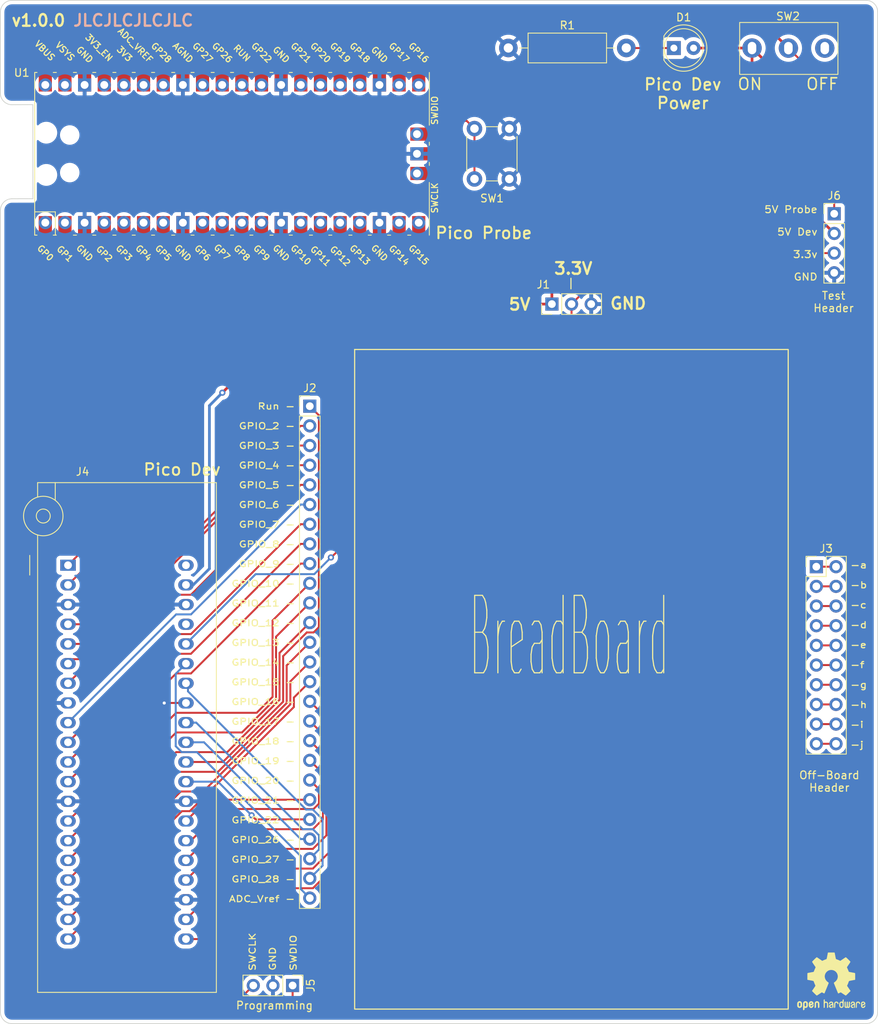
<source format=kicad_pcb>
(kicad_pcb (version 20211014) (generator pcbnew)
  (title_block (title "Pico Dev Board") (date "2023-03-07") (rev "A"))
  (layers (0 "F.Cu" signal) (31 "B.Cu" signal) (34 "B.Paste" user) (35 "F.Paste" user) (36 "B.SilkS" user "B.Silkscreen") (37 "F.SilkS" user "F.Silkscreen") (38 "B.Mask" user) (39 "F.Mask" user) (44 "Edge.Cuts" user))
  (net 0 "")
  (net 1 "/a")
  (net 2 "/b")
  (net 3 "/c")
  (net 4 "/d")
  (net 5 "/e")
  (net 6 "/f")
  (net 7 "/g")
  (net 8 "/h")
  (net 9 "/i")
  (net 10 "/j")
  (net 11 "/RUN")
  (net 12 "/GPIO_2")
  (net 13 "/GPIO_3")
  (net 14 "/GPIO_4")
  (net 15 "/GPIO_5")
  (net 16 "/GPIO_6")
  (net 17 "/GPIO_7")
  (net 18 "/GPIO_8")
  (net 19 "/GPIO_9")
  (net 20 "/GPIO_10")
  (net 21 "/GPIO_11")
  (net 22 "/GPIO_12")
  (net 23 "/GPIO_13")
  (net 24 "/GPIO_14")
  (net 25 "/GPIO_15")
  (net 26 "/GPIO_16")
  (net 27 "/GPIO_17")
  (net 28 "/GPIO_18")
  (net 29 "/GPIO_19")
  (net 30 "/GPIO_20")
  (net 31 "/GPIO_21")
  (net 32 "/GPIO_22")
  (net 33 "/GPIO_26")
  (net 34 "/GPIO_27")
  (net 35 "/GPIO_28")
  (net 36 "+5V")
  (net 37 "+3V3")
  (net 38 "GND")
  (net 39 "Net-(SW1-Pad1)")
  (net 43 "/SWDIO")
  (net 44 "/SWCLK")
  (net 45 "/UART_RX")
  (net 46 "/UART_TX")
  (net 71 "Net-(D1-Pad1)")
  (net 74 "/ADC_VREF")
  (net 75 "/5V_switched")
  (footprint "Connector_PinHeader_2.54mm:PinHeader_2x10_P2.54mm_Vertical" (layer "F.Cu") (at 135.91 98.5)
    (fp_text reference "J3" (at 1.27 -2.33) (layer "F.SilkS"))
    (fp_text value "Off-board Header" hide)
    (pad "1" thru_hole rect (at 0 0) (size 1.7 1.7) (drill 1) (layers *.Cu *.Mask) (net 1 "/a"))
    (pad "2" thru_hole oval (at 2.54 0) (size 1.7 1.7) (drill 1) (layers *.Cu *.Mask) (net 1 "/a"))
    (pad "3" thru_hole oval (at 0 2.54) (size 1.7 1.7) (drill 1) (layers *.Cu *.Mask) (net 2 "/b"))
    (pad "4" thru_hole oval (at 2.54 2.54) (size 1.7 1.7) (drill 1) (layers *.Cu *.Mask) (net 2 "/b"))
    (pad "5" thru_hole oval (at 0 5.08) (size 1.7 1.7) (drill 1) (layers *.Cu *.Mask) (net 3 "/c"))
    (pad "6" thru_hole oval (at 2.54 5.08) (size 1.7 1.7) (drill 1) (layers *.Cu *.Mask) (net 3 "/c"))
    (pad "7" thru_hole oval (at 0 7.62) (size 1.7 1.7) (drill 1) (layers *.Cu *.Mask) (net 4 "/d"))
    (pad "8" thru_hole oval (at 2.54 7.62) (size 1.7 1.7) (drill 1) (layers *.Cu *.Mask) (net 4 "/d"))
    (pad "9" thru_hole oval (at 0 10.16) (size 1.7 1.7) (drill 1) (layers *.Cu *.Mask) (net 5 "/e"))
    (pad "10" thru_hole oval (at 2.54 10.16) (size 1.7 1.7) (drill 1) (layers *.Cu *.Mask) (net 5 "/e"))
    (pad "11" thru_hole oval (at 0 12.7) (size 1.7 1.7) (drill 1) (layers *.Cu *.Mask) (net 6 "/f"))
    (pad "12" thru_hole oval (at 2.54 12.7) (size 1.7 1.7) (drill 1) (layers *.Cu *.Mask) (net 6 "/f"))
    (pad "13" thru_hole oval (at 0 15.24) (size 1.7 1.7) (drill 1) (layers *.Cu *.Mask) (net 7 "/g"))
    (pad "14" thru_hole oval (at 2.54 15.24) (size 1.7 1.7) (drill 1) (layers *.Cu *.Mask) (net 7 "/g"))
    (pad "15" thru_hole oval (at 0 17.78) (size 1.7 1.7) (drill 1) (layers *.Cu *.Mask) (net 8 "/h"))
    (pad "16" thru_hole oval (at 2.54 17.78) (size 1.7 1.7) (drill 1) (layers *.Cu *.Mask) (net 8 "/h"))
    (pad "17" thru_hole oval (at 0 20.32) (size 1.7 1.7) (drill 1) (layers *.Cu *.Mask) (net 9 "/i"))
    (pad "18" thru_hole oval (at 2.54 20.32) (size 1.7 1.7) (drill 1) (layers *.Cu *.Mask) (net 9 "/i"))
    (pad "19" thru_hole oval (at 0 22.86) (size 1.7 1.7) (drill 1) (layers *.Cu *.Mask) (net 10 "/j"))
    (pad "20" thru_hole oval (at 2.54 22.86) (size 1.7 1.7) (drill 1) (layers *.Cu *.Mask) (net 10 "/j"))
  )
  (footprint "Resistor_THT:R_Axial_DIN0411_L9.9mm_D3.6mm_P15.24mm_Horizontal" (layer "F.Cu") (at 96.11 31.54)
    (fp_text reference "R1" (at 7.62 -2.92) (layer "F.SilkS"))
    (fp_text value "R" hide)
    (pad "1" thru_hole circle (at 0 0) (size 2.4 2.4) (drill 1.2) (layers *.Cu *.Mask) (net 38 "GND"))
    (pad "2" thru_hole oval (at 15.24 0) (size 2.4 2.4) (drill 1.2) (layers *.Cu *.Mask) (net 71 "Net-(D1-Pad1)"))
  )
  (footprint "Connector_PinHeader_2.54mm:PinHeader_1x03_P2.54mm_Vertical" (layer "F.Cu") (at 68.23 152.56 -90)
    (fp_text reference "J5" (at 0 -2.33 -90) (layer "F.SilkS"))
    (fp_text value "Pico Dev Programming" hide)
    (pad "1" thru_hole rect (at 0 0 270) (size 1.7 1.7) (drill 1) (layers *.Cu *.Mask) (net 43 "/SWDIO"))
    (pad "2" thru_hole oval (at 0 2.54 270) (size 1.7 1.7) (drill 1) (layers *.Cu *.Mask) (net 38 "GND"))
    (pad "3" thru_hole oval (at 0 5.08 270) (size 1.7 1.7) (drill 1) (layers *.Cu *.Mask) (net 44 "/SWCLK"))
  )
  (footprint "Symbol:OSHW-Logo2_9.8x8mm_SilkScreen" (layer "F.Cu") (at 137.84 152.02)
    (fp_text reference "REF**" hide)
    (fp_text value "OSHW-Logo2_9.8x8mm_SilkScreen" hide)
  )
  (footprint "Connector_PinHeader_2.54mm:PinHeader_1x03_P2.54mm_Vertical" (layer "F.Cu") (at 101.735 64.6 90)
    (fp_text reference "J1" (at 2.52 -1.105 180) (layer "F.SilkS"))
    (fp_text value "Power Header" hide)
    (pad "1" thru_hole rect (at 0 0 90) (size 1.7 1.7) (drill 1) (layers *.Cu *.Mask) (net 75 "/5V_switched"))
    (pad "2" thru_hole oval (at 0 2.54 90) (size 1.7 1.7) (drill 1) (layers *.Cu *.Mask) (net 37 "+3V3"))
    (pad "3" thru_hole oval (at 0 5.08 90) (size 1.7 1.7) (drill 1) (layers *.Cu *.Mask) (net 38 "GND"))
  )
  (footprint "Connector_PinHeader_2.54mm:PinHeader_1x04_P2.54mm_Vertical" (layer "F.Cu") (at 138.22 52.94)
    (fp_text reference "J6" (at 0 -2.33) (layer "F.SilkS"))
    (fp_text value "Test Header" hide)
    (pad "1" thru_hole rect (at 0 0) (size 1.7 1.7) (drill 1) (layers *.Cu *.Mask) (net 36 "+5V"))
    (pad "2" thru_hole oval (at 0 2.54) (size 1.7 1.7) (drill 1) (layers *.Cu *.Mask) (net 75 "/5V_switched"))
    (pad "3" thru_hole oval (at 0 5.08) (size 1.7 1.7) (drill 1) (layers *.Cu *.Mask) (net 37 "+3V3"))
    (pad "4" thru_hole oval (at 0 7.62) (size 1.7 1.7) (drill 1) (layers *.Cu *.Mask) (net 38 "GND"))
  )
  (footprint "LED_THT:LED_D5.0mm" (layer "F.Cu") (at 117.5 31.55)
    (fp_text reference "D1" (at 1.27 -3.96) (layer "F.SilkS"))
    (fp_text value "LED" hide)
    (pad "1" thru_hole rect (at 0 0) (size 1.8 1.8) (drill 0.9) (layers *.Cu *.Mask) (net 71 "Net-(D1-Pad1)"))
    (pad "2" thru_hole circle (at 2.54 0) (size 1.8 1.8) (drill 0.9) (layers *.Cu *.Mask) (net 75 "/5V_switched"))
  )
  (footprint "Connector_PinHeader_2.54mm:PinHeader_1x26_P2.54mm_Vertical" (layer "F.Cu") (at 70.45 77.78)
    (fp_text reference "J2" (at 0 -2.33) (layer "F.SilkS"))
    (fp_text value "GPIO Header")
    (pad "1" thru_hole rect (at 0 0) (size 1.7 1.7) (drill 1) (layers *.Cu *.Mask) (net 11 "/RUN"))
    (pad "2" thru_hole oval (at 0 2.54) (size 1.7 1.7) (drill 1) (layers *.Cu *.Mask) (net 12 "/GPIO_2"))
    (pad "3" thru_hole oval (at 0 5.08) (size 1.7 1.7) (drill 1) (layers *.Cu *.Mask) (net 13 "/GPIO_3"))
    (pad "4" thru_hole oval (at 0 7.62) (size 1.7 1.7) (drill 1) (layers *.Cu *.Mask) (net 14 "/GPIO_4"))
    (pad "5" thru_hole oval (at 0 10.16) (size 1.7 1.7) (drill 1) (layers *.Cu *.Mask) (net 15 "/GPIO_5"))
    (pad "6" thru_hole oval (at 0 12.7) (size 1.7 1.7) (drill 1) (layers *.Cu *.Mask) (net 16 "/GPIO_6"))
    (pad "7" thru_hole oval (at 0 15.24) (size 1.7 1.7) (drill 1) (layers *.Cu *.Mask) (net 17 "/GPIO_7"))
    (pad "8" thru_hole oval (at 0 17.78) (size 1.7 1.7) (drill 1) (layers *.Cu *.Mask) (net 18 "/GPIO_8"))
    (pad "9" thru_hole oval (at 0 20.32) (size 1.7 1.7) (drill 1) (layers *.Cu *.Mask) (net 19 "/GPIO_9"))
    (pad "10" thru_hole oval (at 0 22.86) (size 1.7 1.7) (drill 1) (layers *.Cu *.Mask) (net 20 "/GPIO_10"))
    (pad "11" thru_hole oval (at 0 25.4) (size 1.7 1.7) (drill 1) (layers *.Cu *.Mask) (net 21 "/GPIO_11"))
    (pad "12" thru_hole oval (at 0 27.94) (size 1.7 1.7) (drill 1) (layers *.Cu *.Mask) (net 22 "/GPIO_12"))
    (pad "13" thru_hole oval (at 0 30.48) (size 1.7 1.7) (drill 1) (layers *.Cu *.Mask) (net 23 "/GPIO_13"))
    (pad "14" thru_hole oval (at 0 33.02) (size 1.7 1.7) (drill 1) (layers *.Cu *.Mask) (net 24 "/GPIO_14"))
    (pad "15" thru_hole oval (at 0 35.56) (size 1.7 1.7) (drill 1) (layers *.Cu *.Mask) (net 25 "/GPIO_15"))
    (pad "16" thru_hole oval (at 0 38.1) (size 1.7 1.7) (drill 1) (layers *.Cu *.Mask) (net 26 "/GPIO_16"))
    (pad "17" thru_hole oval (at 0 40.64) (size 1.7 1.7) (drill 1) (layers *.Cu *.Mask) (net 27 "/GPIO_17"))
    (pad "18" thru_hole oval (at 0 43.18) (size 1.7 1.7) (drill 1) (layers *.Cu *.Mask) (net 28 "/GPIO_18"))
    (pad "19" thru_hole oval (at 0 45.72) (size 1.7 1.7) (drill 1) (layers *.Cu *.Mask) (net 29 "/GPIO_19"))
    (pad "20" thru_hole oval (at 0 48.26) (size 1.7 1.7) (drill 1) (layers *.Cu *.Mask) (net 30 "/GPIO_20"))
    (pad "21" thru_hole oval (at 0 50.8) (size 1.7 1.7) (drill 1) (layers *.Cu *.Mask) (net 31 "/GPIO_21"))
    (pad "22" thru_hole oval (at 0 53.34) (size 1.7 1.7) (drill 1) (layers *.Cu *.Mask) (net 32 "/GPIO_22"))
    (pad "23" thru_hole oval (at 0 55.88) (size 1.7 1.7) (drill 1) (layers *.Cu *.Mask) (net 33 "/GPIO_26"))
    (pad "24" thru_hole oval (at 0 58.42) (size 1.7 1.7) (drill 1) (layers *.Cu *.Mask) (net 34 "/GPIO_27"))
    (pad "25" thru_hole oval (at 0 60.96) (size 1.7 1.7) (drill 1) (layers *.Cu *.Mask) (net 35 "/GPIO_28"))
    (pad "26" thru_hole oval (at 0 63.5) (size 1.7 1.7) (drill 1) (layers *.Cu *.Mask) (net 74 "/ADC_VREF"))
  )
  (footprint "Local Footprints:RPi_Pico_SMD_TH" (layer "F.Cu") (at 60.4 45.2 90)
    (fp_text reference "U1" (at 10.46 -27.17 180) (layer "F.SilkS"))
    (fp_text value "Pico")
    (fp_text user "GP0" (at -12.8 -24.13 135) (layer "F.SilkS") (effects (font (size 0.8 0.8))))
    (fp_text user "ADC_VREF" (at 14 -12.5 135) (layer "F.SilkS") (effects (font (size 0.8 0.8))))
    (fp_text user "GND" (at -12.8 19.05 135) (layer "F.SilkS") (effects (font (size 0.8 0.8))))
    (fp_text user "GND" (at 12.8 19.05 135) (layer "F.SilkS") (effects (font (size 0.8 0.8))))
    (fp_text user "GP27" (at 13.054 -3.8 135) (layer "F.SilkS") (effects (font (size 0.8 0.8))))
    (fp_text user "GP10" (at -13.054 8.89 135) (layer "F.SilkS") (effects (font (size 0.8 0.8))))
    (fp_text user "GND" (at -12.8 6.35 135) (layer "F.SilkS") (effects (font (size 0.8 0.8))))
    (fp_text user "RUN" (at 13 1.27 135) (layer "F.SilkS") (effects (font (size 0.8 0.8))))
    (fp_text user "SWCLK" (at -5.7 26.2 90) (layer "F.SilkS") (effects (font (size 0.8 0.8))))
    (fp_text user "GP7" (at -12.7 -1.3 135) (layer "F.SilkS") (effects (font (size 0.8 0.8))))
    (fp_text user "GP1" (at -12.9 -21.6 135) (layer "F.SilkS") (effects (font (size 0.8 0.8))))
    (fp_text user "GP20" (at 13.054 11.43 135) (layer "F.SilkS") (effects (font (size 0.8 0.8))))
    (fp_text user "GP4" (at -12.8 -11.43 135) (layer "F.SilkS") (effects (font (size 0.8 0.8))))
    (fp_text user "SWDIO" (at 5.6 26.2 90) (layer "F.SilkS") (effects (font (size 0.8 0.8))))
    (fp_text user "GP16" (at 13.054 24.13 135) (layer "F.SilkS") (effects (font (size 0.8 0.8))))
    (fp_text user "GP9" (at -12.8 3.81 135) (layer "F.SilkS") (effects (font (size 0.8 0.8))))
    (fp_text user "GP22" (at 13.054 3.81 135) (layer "F.SilkS") (effects (font (size 0.8 0.8))))
    (fp_text user "VSYS" (at 13.2 -21.59 135) (layer "F.SilkS") (effects (font (size 0.8 0.8))))
    (fp_text user "GP21" (at 13.054 8.9 135) (layer "F.SilkS") (effects (font (size 0.8 0.8))))
    (fp_text user "GND" (at 12.8 6.35 135) (layer "F.SilkS") (effects (font (size 0.8 0.8))))
    (fp_text user "GP6" (at -12.8 -3.81 135) (layer "F.SilkS") (effects (font (size 0.8 0.8))))
    (fp_text user "GP12" (at -13.2 13.97 135) (layer "F.SilkS") (effects (font (size 0.8 0.8))))
    (fp_text user "AGND" (at 13.054 -6.35 135) (layer "F.SilkS") (effects (font (size 0.8 0.8))))
    (fp_text user "VBUS" (at 13.3 -24.2 135) (layer "F.SilkS") (effects (font (size 0.8 0.8))))
    (fp_text user "GP14" (at -13.1 21.59 135) (layer "F.SilkS") (effects (font (size 0.8 0.8))))
    (fp_text user "GP17" (at 13.054 21.59 135) (layer "F.SilkS") (effects (font (size 0.8 0.8))))
    (fp_text user "GP13" (at -13.054 16.51 135) (layer "F.SilkS") (effects (font (size 0.8 0.8))))
    (fp_text user "GP28" (at 13.054 -9.144 135) (layer "F.SilkS") (effects (font (size 0.8 0.8))))
    (fp_text user "GP26" (at 13.054 -1.27 135) (layer "F.SilkS") (effects (font (size 0.8 0.8))))
    (fp_text user "GP2" (at -12.9 -16.51 135) (layer "F.SilkS") (effects (font (size 0.8 0.8))))
    (fp_text user "GND" (at 12.8 -19.05 135) (layer "F.SilkS") (effects (font (size 0.8 0.8))))
    (fp_text user "3V3" (at 12.9 -13.9 135) (layer "F.SilkS") (effects (font (size 0.8 0.8))))
    (fp_text user "GND" (at -12.8 -6.35 135) (layer "F.SilkS") (effects (font (size 0.8 0.8))))
    (fp_text user "GP11" (at -13.2 11.43 135) (layer "F.SilkS") (effects (font (size 0.8 0.8))))
    (fp_text user "GP8" (at -12.8 1.27 135) (layer "F.SilkS") (effects (font (size 0.8 0.8))))
    (fp_text user "GP15" (at -13.054 24.13 135) (layer "F.SilkS") (effects (font (size 0.8 0.8))))
    (fp_text user "GP18" (at 13.054 16.51 135) (layer "F.SilkS") (effects (font (size 0.8 0.8))))
    (fp_text user "3V3_EN" (at 13.7 -17.2 135) (layer "F.SilkS") (effects (font (size 0.8 0.8))))
    (fp_text user "GP5" (at -12.8 -8.89 135) (layer "F.SilkS") (effects (font (size 0.8 0.8))))
    (fp_text user "GND" (at -12.8 -19.05 135) (layer "F.SilkS") (effects (font (size 0.8 0.8))))
    (fp_text user "GP3" (at -12.8 -13.97 135) (layer "F.SilkS") (effects (font (size 0.8 0.8))))
    (fp_text user "GP19" (at 13.054 13.97 135) (layer "F.SilkS") (effects (font (size 0.8 0.8))))
    (pad "" np_thru_hole oval locked (at -2.725 -24 90) (size 1.8 1.8) (drill 1.8) (layers *.Cu *.Mask))
    (pad "" np_thru_hole oval locked (at 2.425 -20.97 90) (size 1.5 1.5) (drill 1.5) (layers *.Cu *.Mask))
    (pad "" np_thru_hole oval locked (at 2.725 -24 90) (size 1.8 1.8) (drill 1.8) (layers *.Cu *.Mask))
    (pad "" np_thru_hole oval locked (at -2.425 -20.97 90) (size 1.5 1.5) (drill 1.5) (layers *.Cu *.Mask))
    (pad "1" smd rect locked (at -8.89 -24.13 90) (size 3.5 1.7) (drill (offset -0.9 0)) (layers "F.Cu" "F.Mask"))
    (pad "1" thru_hole oval locked (at -8.89 -24.13 90) (size 1.7 1.7) (drill 1.02) (layers *.Cu *.Mask))
    (pad "2" thru_hole oval locked (at -8.89 -21.59 90) (size 1.7 1.7) (drill 1.02) (layers *.Cu *.Mask))
    (pad "2" smd rect locked (at -8.89 -21.59 90) (size 3.5 1.7) (drill (offset -0.9 0)) (layers "F.Cu" "F.Mask"))
    (pad "3" smd rect locked (at -8.89 -19.05 90) (size 3.5 1.7) (drill (offset -0.9 0)) (layers "F.Cu" "F.Mask") (net 38 "GND"))
    (pad "3" thru_hole rect locked (at -8.89 -19.05 90) (size 1.7 1.7) (drill 1.02) (layers *.Cu *.Mask) (net 38 "GND"))
    (pad "4" thru_hole oval locked (at -8.89 -16.51 90) (size 1.7 1.7) (drill 1.02) (layers *.Cu *.Mask) (net 43 "/SWDIO"))
    (pad "4" smd rect locked (at -8.89 -16.51 90) (size 3.5 1.7) (drill (offset -0.9 0)) (layers "F.Cu" "F.Mask") (net 43 "/SWDIO"))
    (pad "5" thru_hole oval locked (at -8.89 -13.97 90) (size 1.7 1.7) (drill 1.02) (layers *.Cu *.Mask) (net 44 "/SWCLK"))
    (pad "5" smd rect locked (at -8.89 -13.97 90) (size 3.5 1.7) (drill (offset -0.9 0)) (layers "F.Cu" "F.Mask") (net 44 "/SWCLK"))
    (pad "6" smd rect locked (at -8.89 -11.43 90) (size 3.5 1.7) (drill (offset -0.9 0)) (layers "F.Cu" "F.Mask") (net 45 "/UART_RX"))
    (pad "6" thru_hole oval locked (at -8.89 -11.43 90) (size 1.7 1.7) (drill 1.02) (layers *.Cu *.Mask) (net 45 "/UART_RX"))
    (pad "7" smd rect locked (at -8.89 -8.89 90) (size 3.5 1.7) (drill (offset -0.9 0)) (layers "F.Cu" "F.Mask") (net 46 "/UART_TX"))
    (pad "7" thru_hole oval locked (at -8.89 -8.89 90) (size 1.7 1.7) (drill 1.02) (layers *.Cu *.Mask) (net 46 "/UART_TX"))
    (pad "8" thru_hole rect locked (at -8.89 -6.35 90) (size 1.7 1.7) (drill 1.02) (layers *.Cu *.Mask) (net 38 "GND"))
    (pad "8" smd rect locked (at -8.89 -6.35 90) (size 3.5 1.7) (drill (offset -0.9 0)) (layers "F.Cu" "F.Mask") (net 38 "GND"))
    (pad "9" thru_hole oval locked (at -8.89 -3.81 90) (size 1.7 1.7) (drill 1.02) (layers *.Cu *.Mask))
    (pad "9" smd rect locked (at -8.89 -3.81 90) (size 3.5 1.7) (drill (offset -0.9 0)) (layers "F.Cu" "F.Mask"))
    (pad "10" smd rect locked (at -8.89 -1.27 90) (size 3.5 1.7) (drill (offset -0.9 0)) (layers "F.Cu" "F.Mask"))
    (pad "10" thru_hole oval locked (at -8.89 -1.27 90) (size 1.7 1.7) (drill 1.02) (layers *.Cu *.Mask))
    (pad "11" thru_hole oval locked (at -8.89 1.27 90) (size 1.7 1.7) (drill 1.02) (layers *.Cu *.Mask))
    (pad "11" smd rect locked (at -8.89 1.27 90) (size 3.5 1.7) (drill (offset -0.9 0)) (layers "F.Cu" "F.Mask"))
    (pad "12" thru_hole oval locked (at -8.89 3.81 90) (size 1.7 1.7) (drill 1.02) (layers *.Cu *.Mask))
    (pad "12" smd rect locked (at -8.89 3.81 90) (size 3.5 1.7) (drill (offset -0.9 0)) (layers "F.Cu" "F.Mask"))
    (pad "13" smd rect locked (at -8.89 6.35 90) (size 3.5 1.7) (drill (offset -0.9 0)) (layers "F.Cu" "F.Mask") (net 38 "GND"))
    (pad "13" thru_hole rect locked (at -8.89 6.35 90) (size 1.7 1.7) (drill 1.02) (layers *.Cu *.Mask) (net 38 "GND"))
    (pad "14" smd rect locked (at -8.89 8.89 90) (size 3.5 1.7) (drill (offset -0.9 0)) (layers "F.Cu" "F.Mask"))
    (pad "14" thru_hole oval locked (at -8.89 8.89 90) (size 1.7 1.7) (drill 1.02) (layers *.Cu *.Mask))
    (pad "15" smd rect locked (at -8.89 11.43 90) (size 3.5 1.7) (drill (offset -0.9 0)) (layers "F.Cu" "F.Mask"))
    (pad "15" thru_hole oval locked (at -8.89 11.43 90) (size 1.7 1.7) (drill 1.02) (layers *.Cu *.Mask))
    (pad "16" smd rect locked (at -8.89 13.97 90) (size 3.5 1.7) (drill (offset -0.9 0)) (layers "F.Cu" "F.Mask"))
    (pad "16" thru_hole oval locked (at -8.89 13.97 90) (size 1.7 1.7) (drill 1.02) (layers *.Cu *.Mask))
    (pad "17" smd rect locked (at -8.89 16.51 90) (size 3.5 1.7) (drill (offset -0.9 0)) (layers "F.Cu" "F.Mask"))
    (pad "17" thru_hole oval locked (at -8.89 16.51 90) (size 1.7 1.7) (drill 1.02) (layers *.Cu *.Mask))
    (pad "18" smd rect locked (at -8.89 19.05 90) (size 3.5 1.7) (drill (offset -0.9 0)) (layers "F.Cu" "F.Mask") (net 38 "GND"))
    (pad "18" thru_hole rect locked (at -8.89 19.05 90) (size 1.7 1.7) (drill 1.02) (layers *.Cu *.Mask) (net 38 "GND"))
    (pad "19" thru_hole oval locked (at -8.89 21.59 90) (size 1.7 1.7) (drill 1.02) (layers *.Cu *.Mask))
    (pad "19" smd rect locked (at -8.89 21.59 90) (size 3.5 1.7) (drill (offset -0.9 0)) (layers "F.Cu" "F.Mask"))
    (pad "20" smd rect locked (at -8.89 24.13 90) (size 3.5 1.7) (drill (offset -0.9 0)) (layers "F.Cu" "F.Mask"))
    (pad "20" thru_hole oval locked (at -8.89 24.13 90) (size 1.7 1.7) (drill 1.02) (layers *.Cu *.Mask))
    (pad "21" smd rect locked (at 8.89 24.13 90) (size 3.5 1.7) (drill (offset 0.9 0)) (layers "F.Cu" "F.Mask"))
    (pad "21" thru_hole oval locked (at 8.89 24.13 90) (size 1.7 1.7) (drill 1.02) (layers *.Cu *.Mask))
    (pad "22" thru_hole oval locked (at 8.89 21.59 90) (size 1.7 1.7) (drill 1.02) (layers *.Cu *.Mask))
    (pad "22" smd rect locked (at 8.89 21.59 90) (size 3.5 1.7) (drill (offset 0.9 0)) (layers "F.Cu" "F.Mask"))
    (pad "23" smd rect locked (at 8.89 19.05 90) (size 3.5 1.7) (drill (offset 0.9 0)) (layers "F.Cu" "F.Mask") (net 38 "GND"))
    (pad "23" thru_hole rect locked (at 8.89 19.05 90) (size 1.7 1.7) (drill 1.02) (layers *.Cu *.Mask) (net 38 "GND"))
    (pad "24" smd rect locked (at 8.89 16.51 90) (size 3.5 1.7) (drill (offset 0.9 0)) (layers "F.Cu" "F.Mask"))
    (pad "24" thru_hole oval locked (at 8.89 16.51 90) (size 1.7 1.7) (drill 1.02) (layers *.Cu *.Mask))
    (pad "25" smd rect locked (at 8.89 13.97 90) (size 3.5 1.7) (drill (offset 0.9 0)) (layers "F.Cu" "F.Mask"))
    (pad "25" thru_hole oval locked (at 8.89 13.97 90) (size 1.7 1.7) (drill 1.02) (layers *.Cu *.Mask))
    (pad "26" smd rect locked (at 8.89 11.43 90) (size 3.5 1.7) (drill (offset 0.9 0)) (layers "F.Cu" "F.Mask"))
    (pad "26" thru_hole oval locked (at 8.89 11.43 90) (size 1.7 1.7) (drill 1.02) (layers *.Cu *.Mask))
    (pad "27" thru_hole oval locked (at 8.89 8.89 90) (size 1.7 1.7) (drill 1.02) (layers *.Cu *.Mask))
    (pad "27" smd rect locked (at 8.89 8.89 90) (size 3.5 1.7) (drill (offset 0.9 0)) (layers "F.Cu" "F.Mask"))
    (pad "28" thru_hole rect locked (at 8.89 6.35 90) (size 1.7 1.7) (drill 1.02) (layers *.Cu *.Mask) (net 38 "GND"))
    (pad "28" smd rect locked (at 8.89 6.35 90) (size 3.5 1.7) (drill (offset 0.9 0)) (layers "F.Cu" "F.Mask") (net 38 "GND"))
    (pad "29" smd rect locked (at 8.89 3.81 90) (size 3.5 1.7) (drill (offset 0.9 0)) (layers "F.Cu" "F.Mask"))
    (pad "29" thru_hole oval locked (at 8.89 3.81 90) (size 1.7 1.7) (drill 1.02) (layers *.Cu *.Mask))
    (pad "30" smd rect locked (at 8.89 1.27 90) (size 3.5 1.7) (drill (offset 0.9 0)) (layers "F.Cu" "F.Mask") (net 39 "Net-(SW1-Pad1)"))
    (pad "30" thru_hole oval locked (at 8.89 1.27 90) (size 1.7 1.7) (drill 1.02) (layers *.Cu *.Mask) (net 39 "Net-(SW1-Pad1)"))
    (pad "31" thru_hole oval locked (at 8.89 -1.27 90) (size 1.7 1.7) (drill 1.02) (layers *.Cu *.Mask))
    (pad "31" smd rect locked (at 8.89 -1.27 90) (size 3.5 1.7) (drill (offset 0.9 0)) (layers "F.Cu" "F.Mask"))
    (pad "32" thru_hole oval locked (at 8.89 -3.81 90) (size 1.7 1.7) (drill 1.02) (layers *.Cu *.Mask))
    (pad "32" smd rect locked (at 8.89 -3.81 90) (size 3.5 1.7) (drill (offset 0.9 0)) (layers "F.Cu" "F.Mask"))
    (pad "33" thru_hole rect locked (at 8.89 -6.35 90) (size 1.7 1.7) (drill 1.02) (layers *.Cu *.Mask) (net 38 "GND"))
    (pad "33" smd rect locked (at 8.89 -6.35 90) (size 3.5 1.7) (drill (offset 0.9 0)) (layers "F.Cu" "F.Mask") (net 38 "GND"))
    (pad "34" smd rect locked (at 8.89 -8.89 90) (size 3.5 1.7) (drill (offset 0.9 0)) (layers "F.Cu" "F.Mask"))
    (pad "34" thru_hole oval locked (at 8.89 -8.89 90) (size 1.7 1.7) (drill 1.02) (layers *.Cu *.Mask))
    (pad "35" smd rect locked (at 8.89 -11.43 90) (size 3.5 1.7) (drill (offset 0.9 0)) (layers "F.Cu" "F.Mask"))
    (pad "35" thru_hole oval locked (at 8.89 -11.43 90) (size 1.7 1.7) (drill 1.02) (layers *.Cu *.Mask))
    (pad "36" smd rect locked (at 8.89 -13.97 90) (size 3.5 1.7) (drill (offset 0.9 0)) (layers "F.Cu" "F.Mask"))
    (pad "36" thru_hole oval locked (at 8.89 -13.97 90) (size 1.7 1.7) (drill 1.02) (layers *.Cu *.Mask))
    (pad "37" smd rect locked (at 8.89 -16.51 90) (size 3.5 1.7) (drill (offset 0.9 0)) (layers "F.Cu" "F.Mask"))
    (pad "37" thru_hole oval locked (at 8.89 -16.51 90) (size 1.7 1.7) (drill 1.02) (layers *.Cu *.Mask))
    (pad "38" thru_hole rect locked (at 8.89 -19.05 90) (size 1.7 1.7) (drill 1.02) (layers *.Cu *.Mask) (net 38 "GND"))
    (pad "38" smd rect locked (at 8.89 -19.05 90) (size 3.5 1.7) (drill (offset 0.9 0)) (layers "F.Cu" "F.Mask") (net 38 "GND"))
    (pad "39" smd rect locked (at 8.89 -21.59 90) (size 3.5 1.7) (drill (offset 0.9 0)) (layers "F.Cu" "F.Mask") (net 36 "+5V"))
    (pad "39" thru_hole oval locked (at 8.89 -21.59 90) (size 1.7 1.7) (drill 1.02) (layers *.Cu *.Mask) (net 36 "+5V"))
    (pad "40" thru_hole oval locked (at 8.89 -24.13 90) (size 1.7 1.7) (drill 1.02) (layers *.Cu *.Mask))
    (pad "40" smd rect locked (at 8.89 -24.13 90) (size 3.5 1.7) (drill (offset 0.9 0)) (layers "F.Cu" "F.Mask"))
    (pad "41" smd rect locked (at -2.54 23.9 180) (size 3.5 1.7) (drill (offset -0.9 0)) (layers "F.Cu" "F.Mask"))
    (pad "41" thru_hole oval locked (at -2.54 23.9 90) (size 1.7 1.7) (drill 1.02) (layers *.Cu *.Mask))
    (pad "42" smd rect locked (at 0 23.9 180) (size 3.5 1.7) (drill (offset -0.9 0)) (layers "F.Cu" "F.Mask") (net 38 "GND"))
    (pad "42" thru_hole rect locked (at 0 23.9 90) (size 1.7 1.7) (drill 1.02) (layers *.Cu *.Mask) (net 38 "GND"))
    (pad "43" smd rect locked (at 2.54 23.9 180) (size 3.5 1.7) (drill (offset -0.9 0)) (layers "F.Cu" "F.Mask"))
    (pad "43" thru_hole oval locked (at 2.54 23.9 90) (size 1.7 1.7) (drill 1.02) (layers *.Cu *.Mask))
  )
  (footprint "Button_Switch_THT:SW_PUSH_6mm_H8mm" (layer "F.Cu") (at 91.73 48.45 90)
    (fp_text reference "SW1" (at -2.5 2.27 180) (layer "F.SilkS"))
    (fp_text value "SW_Push_Dual" hide)
    (pad "1" thru_hole circle (at 0 0 180) (size 2 2) (drill 1.1) (layers *.Cu *.Mask) (net 39 "Net-(SW1-Pad1)"))
    (pad "1" thru_hole circle (at 6.5 0 180) (size 2 2) (drill 1.1) (layers *.Cu *.Mask) (net 39 "Net-(SW1-Pad1)"))
    (pad "2" thru_hole circle (at 0 4.5 180) (size 2 2) (drill 1.1) (layers *.Cu *.Mask) (net 38 "GND"))
    (pad "2" thru_hole circle (at 6.5 4.5 180) (size 2 2) (drill 1.1) (layers *.Cu *.Mask) (net 38 "GND"))
  )
  (footprint "Socket:DIP_Socket-40_W11.9_W12.7_W15.24_W17.78_W18.5_3M_240-1280-00-0602J" (layer "F.Cu") (at 39.2075 98.31)
    (fp_text reference "J4" (at 1.8825 -12.07) (layer "F.SilkS"))
    (fp_text value "Pico Dev" (at 14.7425 -12.35) (layer "F.SilkS") (effects (font (size 1.5 1.5) (thickness 0.25))))
    (pad "1" thru_hole rect (at 0 0) (size 2 1.44) (drill 1) (layers *.Cu *.Mask) (net 45 "/UART_RX"))
    (pad "2" thru_hole oval (at 0 2.54) (size 2 1.44) (drill 1) (layers *.Cu *.Mask) (net 46 "/UART_TX"))
    (pad "3" thru_hole oval (at 0 5.08) (size 2 1.44) (drill 1) (layers *.Cu *.Mask) (net 38 "GND"))
    (pad "4" thru_hole oval (at 0 7.62) (size 2 1.44) (drill 1) (layers *.Cu *.Mask) (net 12 "/GPIO_2"))
    (pad "5" thru_hole oval (at 0 10.16) (size 2 1.44) (drill 1) (layers *.Cu *.Mask) (net 13 "/GPIO_3"))
    (pad "6" thru_hole oval (at 0 12.7) (size 2 1.44) (drill 1) (layers *.Cu *.Mask) (net 14 "/GPIO_4"))
    (pad "7" thru_hole oval (at 0 15.24) (size 2 1.44) (drill 1) (layers *.Cu *.Mask) (net 15 "/GPIO_5"))
    (pad "8" thru_hole oval (at 0 17.78) (size 2 1.44) (drill 1) (layers *.Cu *.Mask) (net 38 "GND"))
    (pad "9" thru_hole oval (at 0 20.32) (size 2 1.44) (drill 1) (layers *.Cu *.Mask) (net 16 "/GPIO_6"))
    (pad "10" thru_hole oval (at 0 22.86) (size 2 1.44) (drill 1) (layers *.Cu *.Mask) (net 17 "/GPIO_7"))
    (pad "11" thru_hole oval (at 0 25.4) (size 2 1.44) (drill 1) (layers *.Cu *.Mask) (net 18 "/GPIO_8"))
    (pad "12" thru_hole oval (at 0 27.94) (size 2 1.44) (drill 1) (layers *.Cu *.Mask) (net 19 "/GPIO_9"))
    (pad "13" thru_hole oval (at 0 30.48) (size 2 1.44) (drill 1) (layers *.Cu *.Mask) (net 38 "GND"))
    (pad "14" thru_hole oval (at 0 33.02) (size 2 1.44) (drill 1) (layers *.Cu *.Mask) (net 20 "/GPIO_10"))
    (pad "15" thru_hole oval (at 0 35.56) (size 2 1.44) (drill 1) (layers *.Cu *.Mask) (net 21 "/GPIO_11"))
    (pad "16" thru_hole oval (at 0 38.1) (size 2 1.44) (drill 1) (layers *.Cu *.Mask) (net 22 "/GPIO_12"))
    (pad "17" thru_hole oval (at 0 40.64) (size 2 1.44) (drill 1) (layers *.Cu *.Mask) (net 23 "/GPIO_13"))
    (pad "18" thru_hole oval (at 0 43.18) (size 2 1.44) (drill 1) (layers *.Cu *.Mask) (net 38 "GND"))
    (pad "19" thru_hole oval (at 0 45.72) (size 2 1.44) (drill 1) (layers *.Cu *.Mask) (net 24 "/GPIO_14"))
    (pad "20" thru_hole oval (at 0 48.26) (size 2 1.44) (drill 1) (layers *.Cu *.Mask) (net 25 "/GPIO_15"))
    (pad "21" thru_hole oval (at 15.24 48.26) (size 2 1.44) (drill 1) (layers *.Cu *.Mask) (net 26 "/GPIO_16"))
    (pad "22" thru_hole oval (at 15.24 45.72) (size 2 1.44) (drill 1) (layers *.Cu *.Mask) (net 27 "/GPIO_17"))
    (pad "23" thru_hole oval (at 15.24 43.18) (size 2 1.44) (drill 1) (layers *.Cu *.Mask) (net 38 "GND"))
    (pad "24" thru_hole oval (at 15.24 40.64) (size 2 1.44) (drill 1) (layers *.Cu *.Mask) (net 28 "/GPIO_18"))
    (pad "25" thru_hole oval (at 15.24 38.1) (size 2 1.44) (drill 1) (layers *.Cu *.Mask) (net 29 "/GPIO_19"))
    (pad "26" thru_hole oval (at 15.24 35.56) (size 2 1.44) (drill 1) (layers *.Cu *.Mask) (net 30 "/GPIO_20"))
    (pad "27" thru_hole oval (at 15.24 33.02) (size 2 1.44) (drill 1) (layers *.Cu *.Mask) (net 31 "/GPIO_21"))
    (pad "28" thru_hole oval (at 15.24 30.48) (size 2 1.44) (drill 1) (layers *.Cu *.Mask) (net 38 "GND"))
    (pad "29" thru_hole oval (at 15.24 27.94) (size 2 1.44) (drill 1) (layers *.Cu *.Mask) (net 32 "/GPIO_22"))
    (pad "30" thru_hole oval (at 15.24 25.4) (size 2 1.44) (drill 1) (layers *.Cu *.Mask) (net 11 "/RUN"))
    (pad "31" thru_hole oval (at 15.24 22.86) (size 2 1.44) (drill 1) (layers *.Cu *.Mask) (net 33 "/GPIO_26"))
    (pad "32" thru_hole oval (at 15.24 20.32) (size 2 1.44) (drill 1) (layers *.Cu *.Mask) (net 34 "/GPIO_27"))
    (pad "33" thru_hole oval (at 15.24 17.78) (size 2 1.44) (drill 1) (layers *.Cu *.Mask) (net 38 "GND"))
    (pad "34" thru_hole oval (at 15.24 15.24) (size 2 1.44) (drill 1) (layers *.Cu *.Mask) (net 35 "/GPIO_28"))
    (pad "35" thru_hole oval (at 15.24 12.7) (size 2 1.44) (drill 1) (layers *.Cu *.Mask) (net 74 "/ADC_VREF"))
    (pad "36" thru_hole oval (at 15.24 10.16) (size 2 1.44) (drill 1) (layers *.Cu *.Mask) (net 37 "+3V3"))
    (pad "37" thru_hole oval (at 15.24 7.62) (size 2 1.44) (drill 1) (layers *.Cu *.Mask))
    (pad "38" thru_hole oval (at 15.24 5.08) (size 2 1.44) (drill 1) (layers *.Cu *.Mask) (net 38 "GND"))
    (pad "39" thru_hole oval (at 15.24 2.54) (size 2 1.44) (drill 1) (layers *.Cu *.Mask) (net 75 "/5V_switched"))
    (pad "40" thru_hole oval (at 15.24 0) (size 2 1.44) (drill 1) (layers *.Cu *.Mask))
  )
  (footprint "Local Footprints:sw_slide_vert_SPDT" (layer "F.Cu") (at 127.6 31.55)
    (fp_text reference "SW2" (at 4.65 -4.1 unlocked) (layer "F.SilkS"))
    (fp_text value "SW_SPDT" hide)
    (pad "1" thru_hole circle (at 0 0) (size 2.5 2.5) (drill oval 1.1 1.6) (layers *.Cu *.Mask) (net 75 "/5V_switched"))
    (pad "2" thru_hole circle (at 4.7 0.01) (size 2.5 2.5) (drill oval 1.1 1.6) (layers *.Cu *.Mask) (net 36 "+5V"))
    (pad "3" thru_hole circle (at 9.4 0.01) (size 2.5 2.5) (drill oval 1.1 1.6) (layers *.Cu *.Mask))
  )
  (gr_rect (start 76.245 70.46) (end 132.275 155.61) (layer "F.SilkS") (width 0.15) (fill none))
  (gr_line (start 104.2 62.63) (end 104.2 61.27) (layer "F.SilkS") (width 0.15))
  (gr_line (start 142.353482 25.396518) (end 31.956518 25.396518) (layer "Edge.Cuts") (width 0.1))
  (gr_line (start 31.956518 51.006518) (end 34.67 51) (layer "Edge.Cuts") (width 0.1))
  (gr_arc (start 143.833482 156.003482) (mid 143.4 157.05) (end 142.353482 157.483482) (layer "Edge.Cuts") (width 0.1))
  (gr_line (start 34.66 38.85) (end 34.67 51) (layer "Edge.Cuts") (width 0.1))
  (gr_line (start 30.466518 37.383482) (end 30.476518 26.876518) (layer "Edge.Cuts") (width 0.1))
  (gr_arc (start 142.353482 25.396518) (mid 143.4 25.83) (end 143.833482 26.876518) (layer "Edge.Cuts") (width 0.1))
  (gr_line (start 30.476518 52.486518) (end 30.476518 156.003482) (layer "Edge.Cuts") (width 0.1))
  (gr_arc (start 30.476518 26.876518) (mid 30.91 25.83) (end 31.956518 25.396518) (layer "Edge.Cuts") (width 0.1))
  (gr_line (start 31.956518 157.483482) (end 142.353482 157.483482) (layer "Edge.Cuts") (width 0.1))
  (gr_line (start 143.833482 156.003482) (end 143.833482 26.876518) (layer "Edge.Cuts") (width 0.1))
  (gr_arc (start 31.956518 157.483482) (mid 30.91 157.05) (end 30.476518 156.003482) (layer "Edge.Cuts") (width 0.1))
  (gr_line (start 31.946518 38.863482) (end 34.66 38.85) (layer "Edge.Cuts") (width 0.1))
  (gr_arc (start 31.946518 38.863482) (mid 30.9 38.43) (end 30.466518 37.383482) (layer "Edge.Cuts") (width 0.1))
  (gr_arc (start 30.476518 52.486518) (mid 30.91 51.44) (end 31.956518 51.006518) (layer "Edge.Cuts") (width 0.1))
  (gr_text "JLCJLCJLCJLC" (at 47.64 27.98) (layer "B.SilkS") (effects (font (size 1.5 1.5) (thickness 0.3))))
  (gr_text "GND" (at 65.65 149.11 90) (layer "F.SilkS") (effects (font (size 0.8 1))))
  (gr_text "SWCLK" (at 63.04 148.21 90) (layer "F.SilkS") (effects (font (size 0.8 1))))
  (gr_text "-a\n\n-b\n\n-c\n\n-d\n\n-e\n\n-f\n\n-g\n\n-h\n\n-i\n\n-j" (at 140.21 109.89) (layer "F.SilkS") (effects (font (size 0.8 1)) (justify left)))
  (gr_text "Pico Dev\nPower" (at 118.65 37.45) (layer "F.SilkS") (effects (font (size 1.5 1.5) (thickness 0.25))))
  (gr_text "v1.0.0" (at 35.39 27.99) (layer "F.SilkS") (effects (font (size 1.5 1.5) (thickness 0.3))))
  (gr_text "Programming" (at 65.88 155.14) (layer "F.SilkS") (effects (font (size 1 1))))
  (gr_text "Run -\n\nGPIO_2 -\n\nGPIO_3 -\n\nGPIO_4 -\n\nGPIO_5 -\n\nGPIO_6 -\n\nGPIO_7 -\n\nGPIO_8 -\n\nGPIO_9 -\n\nGPIO_10 -\n\nGPIO_11 -\n\nGPIO_12 -\n\nGPIO_13 -\n\nGPIO_14 -\n\nGPIO_15 -\n\nGPIO_16 -\n\nGPIO_17 -\n\nGPIO_18 -\n\nGPIO_19 -\n\nGPIO_20 -\n\nGPIO_21 -\n\nGPIO_22 -\n\nGPIO_26 -\n\nGPIO_27 -\n\nGPIO_28 -\n\nADC_Vref -" (at 68.63 109.59) (layer "F.SilkS") (effects (font (size 0.79 1)) (justify right)))
  (gr_text "3.3V" (at 104.5 60.01) (layer "F.SilkS") (effects (font (size 1.5 1.5) (thickness 0.3))))
  (gr_text "Test\nHeader" (at 138.14 64.32) (layer "F.SilkS") (effects (font (size 1 1))))
  (gr_text "5V" (at 97.57 64.64) (layer "F.SilkS") (effects (font (size 1.5 1.5) (thickness 0.3))))
  (gr_text "5V Probe\n\n5V Dev\n\n3.3v\n\nGND" (at 136.15 56.74) (layer "F.SilkS") (effects (font (size 0.9 1)) (justify right)))
  (gr_text "GND" (at 111.6 64.52) (layer "F.SilkS") (effects (font (size 1.5 1.5) (thickness 0.3))))
  (gr_text "Pico Probe" (at 92.93 55.42) (layer "F.SilkS") (effects (font (size 1.5 1.5) (thickness 0.25))))
  (gr_text "SWDIO" (at 68.33 148.34 90) (layer "F.SilkS") (effects (font (size 0.8 1))))
  (gr_text "BreadBoard" (at 103.97 107.58) (layer "F.SilkS") (effects (font (size 10 3))))
  (gr_text "Off-Board\nHeader" (at 137.59 126.22) (layer "F.SilkS") (effects (font (size 1 1))))
  (gr_text "ON     OFF" (at 132.25 36.2) (layer "F.SilkS") (effects (font (size 1.5 1.5) (thickness 0.2))))
  (segment (start 138.45 98.5) (end 135.91 98.5) (width 0.25) (layer "F.Cu") (net 1))
  (segment (start 138.45 101.04) (end 135.91 101.04) (width 0.25) (layer "F.Cu") (net 2))
  (segment (start 138.45 103.58) (end 135.91 103.58) (width 0.25) (layer "F.Cu") (net 3))
  (segment (start 138.45 106.12) (end 135.91 106.12) (width 0.25) (layer "F.Cu") (net 4))
  (segment (start 138.45 108.66) (end 135.91 108.66) (width 0.25) (layer "F.Cu") (net 5))
  (segment (start 138.45 111.2) (end 135.91 111.2) (width 0.25) (layer "F.Cu") (net 6))
  (segment (start 138.45 113.74) (end 135.91 113.74) (width 0.25) (layer "F.Cu") (net 7))
  (segment (start 138.45 116.28) (end 135.91 116.28) (width 0.25) (layer "F.Cu") (net 8))
  (segment (start 138.45 118.82) (end 135.91 118.82) (width 0.25) (layer "F.Cu") (net 9))
  (segment (start 138.45 121.36) (end 135.91 121.36) (width 0.25) (layer "F.Cu") (net 10))
  (segment (start 67.01 110.03899) (end 70.0536 106.99539) (width 0.25) (layer "F.Cu") (net 11))
  (segment (start 70.0536 106.99539) (end 70.0536 106.99) (width 0.25) (layer "F.Cu") (net 11))
  (segment (start 71.6253 78.9553) (end 70.45 77.78) (width 0.25) (layer "F.Cu") (net 11))
  (segment (start 54.4475 123.71) (end 59.224282 123.71) (width 0.25) (layer "F.Cu") (net 11))
  (segment (start 70.9378 106.99) (end 71.6253 106.3025) (width 0.25) (layer "F.Cu") (net 11))
  (segment (start 67.01 115.924282) (end 67.01 110.03899) (width 0.25) (layer "F.Cu") (net 11))
  (segment (start 71.6253 106.3025) (end 71.6253 78.9553) (width 0.25) (layer "F.Cu") (net 11))
  (segment (start 70.0536 106.99) (end 70.9378 106.99) (width 0.25) (layer "F.Cu") (net 11))
  (segment (start 59.224282 123.71) (end 67.01 115.924282) (width 0.25) (layer "F.Cu") (net 11))
  (segment (start 69.2747 80.32) (end 43.6647 105.93) (width 0.25) (layer "F.Cu") (net 12))
  (segment (start 70.45 80.32) (end 69.2747 80.32) (width 0.25) (layer "F.Cu") (net 12))
  (segment (start 43.6647 105.93) (end 39.2075 105.93) (width 0.25) (layer "F.Cu") (net 12))
  (segment (start 41.8656 108.47) (end 39.2075 108.47) (width 0.25) (layer "F.Cu") (net 13))
  (segment (start 67.4756 82.86) (end 41.8656 108.47) (width 0.25) (layer "F.Cu") (net 13))
  (segment (start 70.45 82.86) (end 67.4756 82.86) (width 0.25) (layer "F.Cu") (net 13))
  (segment (start 65.5725 85.4) (end 70.45 85.4) (width 0.25) (layer "F.Cu") (net 14))
  (segment (start 40.5328 110.4397) (end 65.5725 85.4) (width 0.25) (layer "F.Cu") (net 14))
  (segment (start 39.7778 110.4397) (end 39.2075 111.01) (width 0.25) (layer "F.Cu") (net 14))
  (segment (start 40.5328 110.4397) (end 39.7778 110.4397) (width 0.25) (layer "F.Cu") (net 14))
  (segment (start 55.0947 102.12) (end 50.6375 102.12) (width 0.25) (layer "F.Cu") (net 15))
  (segment (start 70.45 87.94) (end 69.2747 87.94) (width 0.25) (layer "F.Cu") (net 15))
  (segment (start 50.6375 102.12) (end 39.2075 113.55) (width 0.25) (layer "F.Cu") (net 15))
  (segment (start 69.2747 87.94) (end 55.0947 102.12) (width 0.25) (layer "F.Cu") (net 15))
  (segment (start 53.1775 104.66) (end 39.2075 118.63) (width 0.25) (layer "B.Cu") (net 16))
  (segment (start 55.0947 104.66) (end 53.1775 104.66) (width 0.25) (layer "B.Cu") (net 16))
  (segment (start 69.2747 90.48) (end 55.0947 104.66) (width 0.25) (layer "B.Cu") (net 16))
  (segment (start 70.45 90.48) (end 69.2747 90.48) (width 0.25) (layer "B.Cu") (net 16))
  (segment (start 70.45 93.02) (end 69.2747 93.02) (width 0.25) (layer "F.Cu") (net 17))
  (segment (start 55.0947 107.2) (end 53.1775 107.2) (width 0.25) (layer "F.Cu") (net 17))
  (segment (start 69.2747 93.02) (end 55.0947 107.2) (width 0.25) (layer "F.Cu") (net 17))
  (segment (start 53.1775 107.2) (end 39.2075 121.17) (width 0.25) (layer "F.Cu") (net 17))
  (segment (start 70.45 95.56) (end 69.2747 95.56) (width 0.25) (layer "F.Cu") (net 18))
  (segment (start 53.1775 109.74) (end 39.2075 123.71) (width 0.25) (layer "F.Cu") (net 18))
  (segment (start 55.0947 109.74) (end 53.1775 109.74) (width 0.25) (layer "F.Cu") (net 18))
  (segment (start 69.2747 95.56) (end 55.0947 109.74) (width 0.25) (layer "F.Cu") (net 18))
  (segment (start 55.0947 112.28) (end 53.1775 112.28) (width 0.25) (layer "F.Cu") (net 19))
  (segment (start 70.45 98.1) (end 69.2747 98.1) (width 0.25) (layer "F.Cu") (net 19))
  (segment (start 53.1775 112.28) (end 39.2075 126.25) (width 0.25) (layer "F.Cu") (net 19))
  (segment (start 69.2747 98.1) (end 55.0947 112.28) (width 0.25) (layer "F.Cu") (net 19))
  (segment (start 53.1775 117.36) (end 39.2075 131.33) (width 0.25) (layer "F.Cu") (net 20))
  (segment (start 53.1775 117.36) (end 63.588564 117.36) (width 0.25) (layer "F.Cu") (net 20))
  (segment (start 65.64096 115.307604) (end 65.64096 105.44904) (width 0.25) (layer "F.Cu") (net 20))
  (segment (start 63.588564 117.36) (end 65.64096 115.307604) (width 0.25) (layer "F.Cu") (net 20))
  (segment (start 65.64096 105.44904) (end 70.45 100.64) (width 0.25) (layer "F.Cu") (net 20))
  (segment (start 53.1775 119.9) (end 39.2075 133.87) (width 0.25) (layer "F.Cu") (net 21))
  (segment (start 61.684282 119.9) (end 66.09048 115.493802) (width 0.25) (layer "F.Cu") (net 21))
  (segment (start 53.1775 119.9) (end 61.684282 119.9) (width 0.25) (layer "F.Cu") (net 21))
  (segment (start 66.09048 115.493802) (end 66.09048 107.53952) (width 0.25) (layer "F.Cu") (net 21))
  (segment (start 66.09048 107.53952) (end 70.45 103.18) (width 0.25) (layer "F.Cu") (net 21))
  (segment (start 59.78 122.44) (end 66.54 115.68) (width 0.25) (layer "F.Cu") (net 22))
  (segment (start 66.54 115.68) (end 66.54 109.63) (width 0.25) (layer "F.Cu") (net 22))
  (segment (start 53.1775 122.44) (end 39.2075 136.41) (width 0.25) (layer "F.Cu") (net 22))
  (segment (start 59.78 122.44) (end 53.1775 122.44) (width 0.25) (layer "F.Cu") (net 22))
  (segment (start 66.54 109.63) (end 70.45 105.72) (width 0.25) (layer "F.Cu") (net 22))
  (segment (start 67.46 111.25) (end 70.45 108.26) (width 0.25) (layer "F.Cu") (net 23))
  (segment (start 58.59 124.98) (end 67.46 116.11) (width 0.25) (layer "F.Cu") (net 23))
  (segment (start 67.46 116.11) (end 67.46 111.25) (width 0.25) (layer "F.Cu") (net 23))
  (segment (start 53.1775 124.98) (end 39.2075 138.95) (width 0.25) (layer "F.Cu") (net 23))
  (segment (start 58.59 124.98) (end 53.1775 124.98) (width 0.25) (layer "F.Cu") (net 23))
  (segment (start 67.94 113.31) (end 67.94 116.27) (width 0.25) (layer "F.Cu") (net 24))
  (segment (start 67.94 116.27) (end 56.69 127.52) (width 0.25) (layer "F.Cu") (net 24))
  (segment (start 70.45 110.8) (end 67.94 113.31) (width 0.25) (layer "F.Cu") (net 24))
  (segment (start 56.69 127.52) (end 53.78 127.52) (width 0.25) (layer "F.Cu") (net 24))
  (segment (start 53.78 127.52) (end 41.54 139.76) (width 0.25) (layer "F.Cu") (net 24))
  (segment (start 41.54 141.6975) (end 39.2075 144.03) (width 0.25) (layer "F.Cu") (net 24))
  (segment (start 41.54 139.76) (end 41.54 141.6975) (width 0.25) (layer "F.Cu") (net 24))
  (segment (start 58.0481 126.95) (end 54.9381 130.06) (width 0.25) (layer "F.Cu") (net 25))
  (segment (start 70.45 113.34) (end 68.39 115.4) (width 0.25) (layer "F.Cu") (net 25))
  (segment (start 58.06 126.95) (end 58.0481 126.95) (width 0.25) (layer "F.Cu") (net 25))
  (segment (start 42.3 143.4775) (end 39.2075 146.57) (width 0.25) (layer "F.Cu") (net 25))
  (segment (start 54.9381 130.06) (end 53.9248 130.06) (width 0.25) (layer "F.Cu") (net 25))
  (segment (start 42.3 141.6848) (end 42.3 143.4775) (width 0.25) (layer "F.Cu") (net 25))
  (segment (start 68.39 115.4) (end 68.39 116.62) (width 0.25) (layer "F.Cu") (net 25))
  (segment (start 68.39 116.62) (end 58.06 126.95) (width 0.25) (layer "F.Cu") (net 25))
  (segment (start 53.9248 130.06) (end 42.3 141.6848) (width 0.25) (layer "F.Cu") (net 25))
  (segment (start 70.8512 140.01) (end 73.5031 137.3581) (width 0.25) (layer "F.Cu") (net 26))
  (segment (start 61.0075 140.01) (end 70.8512 140.01) (width 0.25) (layer "F.Cu") (net 26))
  (segment (start 57.21 146.57) (end 59.02 144.76) (width 0.25) (layer "F.Cu") (net 26))
  (segment (start 73.5031 118.9331) (end 70.45 115.88) (width 0.25) (layer "F.Cu") (net 26))
  (segment (start 54.4475 146.57) (end 57.21 146.57) (width 0.25) (layer "F.Cu") (net 26))
  (segment (start 59.02 144.76) (end 59.02 141.9975) (width 0.25) (layer "F.Cu") (net 26))
  (segment (start 73.5031 137.3581) (end 73.5031 118.9331) (width 0.25) (layer "F.Cu") (net 26))
  (segment (start 59.02 141.9975) (end 61.0075 140.01) (width 0.25) (layer "F.Cu") (net 26))
  (segment (start 73.0527 121.0227) (end 70.45 118.42) (width 0.25) (layer "F.Cu") (net 27))
  (segment (start 73.0527 135.2675) (end 73.0527 121.0227) (width 0.25) (layer "F.Cu") (net 27))
  (segment (start 61.0075 137.47) (end 70.8502 137.47) (width 0.25) (layer "F.Cu") (net 27))
  (segment (start 70.8502 137.47) (end 73.0527 135.2675) (width 0.25) (layer "F.Cu") (net 27))
  (segment (start 54.4475 144.03) (end 61.0075 137.47) (width 0.25) (layer "F.Cu") (net 27))
  (segment (start 72.599 133.1812) (end 72.599 123.109) (width 0.25) (layer "F.Cu") (net 28))
  (segment (start 70.8502 134.93) (end 72.599 133.1812) (width 0.25) (layer "F.Cu") (net 28))
  (segment (start 72.599 123.109) (end 70.45 120.96) (width 0.25) (layer "F.Cu") (net 28))
  (segment (start 54.4475 138.95) (end 58.4675 134.93) (width 0.25) (layer "F.Cu") (net 28))
  (segment (start 58.4675 134.93) (end 70.8502 134.93) (width 0.25) (layer "F.Cu") (net 28))
  (segment (start 72.1386 125.1886) (end 70.45 123.5) (width 0.25) (layer "F.Cu") (net 29))
  (segment (start 70.8517 132.39) (end 72.1386 131.1031) (width 0.25) (layer "F.Cu") (net 29))
  (segment (start 54.4475 136.41) (end 58.4675 132.39) (width 0.25) (layer "F.Cu") (net 29))
  (segment (start 72.1386 131.1031) (end 72.1386 125.1886) (width 0.25) (layer "F.Cu") (net 29))
  (segment (start 58.4675 132.39) (end 70.8517 132.39) (width 0.25) (layer "F.Cu") (net 29))
  (segment (start 70.9348 129.7802) (end 71.6367 129.0783) (width 0.25) (layer "F.Cu") (net 30))
  (segment (start 71.6367 127.2267) (end 70.45 126.04) (width 0.25) (layer "F.Cu") (net 30))
  (segment (start 54.4475 133.87) (end 55.0843 133.87) (width 0.25) (layer "F.Cu") (net 30))
  (segment (start 59.1741 129.7802) (end 70.9348 129.7802) (width 0.25) (layer "F.Cu") (net 30))
  (segment (start 71.6367 129.0783) (end 71.6367 127.2267) (width 0.25) (layer "F.Cu") (net 30))
  (segment (start 55.0843 133.87) (end 59.1741 129.7802) (width 0.25) (layer "F.Cu") (net 30))
  (segment (start 57.1975 128.58) (end 54.4475 131.33) (width 0.25) (layer "F.Cu") (net 31))
  (segment (start 70.45 128.58) (end 57.1975 128.58) (width 0.25) (layer "F.Cu") (net 31))
  (segment (start 70.45 131.12) (end 69.2747 131.12) (width 0.25) (layer "F.Cu") (net 32))
  (segment (start 69.2747 131.12) (end 63.4513 131.12) (width 0.25) (layer "F.Cu") (net 32))
  (segment (start 63.4513 131.12) (end 62.9302 130.5989) (width 0.25) (layer "F.Cu") (net 32))
  (via (at 62.9302 130.5989) (size 0.8) (drill 0.4) (layers "F.Cu" "B.Cu") (net 32))
  (segment (start 58.5813 126.25) (end 54.4475 126.25) (width 0.25) (layer "B.Cu") (net 32))
  (segment (start 62.9302 130.5989) (end 58.5813 126.25) (width 0.25) (layer "B.Cu") (net 32))
  (segment (start 70.45 133.66) (end 69.2747 133.66) (width 0.25) (layer "B.Cu") (net 33))
  (segment (start 69.2747 133.66) (end 56.7847 121.17) (width 0.25) (layer "B.Cu") (net 33))
  (segment (start 56.7847 121.17) (end 54.4475 121.17) (width 0.25) (layer "B.Cu") (net 33))
  (segment (start 71.6418 135.0082) (end 70.45 136.2) (width 0.25) (layer "B.Cu") (net 34))
  (segment (start 55.7728 118.63) (end 69.5328 132.39) (width 0.25) (layer "B.Cu") (net 34))
  (segment (start 70.8567 132.39) (end 71.6418 133.1751) (width 0.25) (layer "B.Cu") (net 34))
  (segment (start 54.4475 118.63) (end 55.7728 118.63) (width 0.25) (layer "B.Cu") (net 34))
  (segment (start 71.6418 133.1751) (end 71.6418 135.0082) (width 0.25) (layer "B.Cu") (net 34))
  (segment (start 69.5328 132.39) (end 70.8567 132.39) (width 0.25) (layer "B.Cu") (net 34))
  (segment (start 54.7112 113.8137) (end 54.4475 113.55) (width 0.25) (layer "B.Cu") (net 35))
  (segment (start 70.8422 129.85) (end 72.1011 131.1089) (width 0.25) (layer "B.Cu") (net 35))
  (segment (start 69.9659 129.85) (end 70.8422 129.85) (width 0.25) (layer "B.Cu") (net 35))
  (segment (start 54.7112 114.5953) (end 54.7112 113.8137) (width 0.25) (layer "B.Cu") (net 35))
  (segment (start 54.7112 114.5953) (end 69.9659 129.85) (width 0.25) (layer "B.Cu") (net 35))
  (segment (start 72.1011 131.1089) (end 72.1011 137.0889) (width 0.25) (layer "B.Cu") (net 35))
  (segment (start 72.1011 137.0889) (end 70.45 138.74) (width 0.25) (layer "B.Cu") (net 35))
  (segment (start 138.22 52.94) (end 138.22 37.48) (width 0.25) (layer "F.Cu") (net 36))
  (segment (start 38.81 34.701) (end 46.911 26.6) (width 0.35) (layer "F.Cu") (net 36))
  (segment (start 38.81 36.31) (end 38.81 34.701) (width 0.35) (layer "F.Cu") (net 36))
  (segment (start 127.34 26.6) (end 132.3 31.56) (width 0.35) (layer "F.Cu") (net 36))
  (segment (start 138.22 37.48) (end 132.3 31.56) (width 0.25) (layer "F.Cu") (net 36))
  (segment (start 46.911 26.6) (end 127.34 26.6) (width 0.35) (layer "F.Cu") (net 36))
  (segment (start 103.65 66.88) (end 73.22 97.31) (width 0.25) (layer "F.Cu") (net 37))
  (segment (start 73.22 97.31) (end 73.18 97.31) (width 0.25) (layer "F.Cu") (net 37))
  (segment (start 138.22 58.02) (end 110.855 58.02) (width 0.25) (layer "F.Cu") (net 37))
  (segment (start 110.855 58.02) (end 104.275 64.6) (width 0.25) (layer "F.Cu") (net 37))
  (segment (start 104.275 66.255) (end 103.65 66.88) (width 0.25) (layer "F.Cu") (net 37))
  (segment (start 104.275 64.6) (end 104.275 66.255) (width 0.25) (layer "F.Cu") (net 37))
  (via (at 73.18 97.31) (size 0.8) (drill 0.4) (layers "F.Cu" "B.Cu") (net 37))
  (segment (start 73.18 97.31) (end 71.024511 99.465489) (width 0.25) (layer "B.Cu") (net 37))
  (segment (start 63.452011 99.465489) (end 54.4475 108.47) (width 0.25) (layer "B.Cu") (net 37))
  (segment (start 71.024511 99.465489) (end 63.452011 99.465489) (width 0.25) (layer "B.Cu") (net 37))
  (segment (start 51.65 116.09) (end 51.64 116.1) (width 0.25) (layer "F.Cu") (net 38))
  (segment (start 54.4475 116.09) (end 51.65 116.09) (width 0.25) (layer "F.Cu") (net 38))
  (via (at 51.64 116.1) (size 0.8) (drill 0.4) (layers "F.Cu" "B.Cu") (net 38))
  (segment (start 91.73 41.95) (end 90.73 40.95) (width 0.25) (layer "F.Cu") (net 39))
  (segment (start 66.31 40.95) (end 61.67 36.31) (width 0.25) (layer "F.Cu") (net 39))
  (segment (start 90.73 40.95) (end 66.31 40.95) (width 0.25) (layer "F.Cu") (net 39))
  (segment (start 91.73 41.95) (end 91.73 48.45) (width 0.25) (layer "F.Cu") (net 39))
  (segment (start 43.89 86.31) (end 33.05 97.15) (width 0.25) (layer "F.Cu") (net 43))
  (segment (start 66.75 155.79) (end 68.23 154.31) (width 0.25) (layer "F.Cu") (net 43))
  (segment (start 43.89 54.09) (end 43.89 86.31) (width 0.25) (layer "F.Cu") (net 43))
  (segment (start 33.05 154.03) (end 34.81 155.79) (width 0.25) (layer "F.Cu") (net 43))
  (segment (start 68.23 154.31) (end 68.23 152.56) (width 0.25) (layer "F.Cu") (net 43))
  (segment (start 34.81 155.79) (end 66.75 155.79) (width 0.25) (layer "F.Cu") (net 43))
  (segment (start 33.05 97.15) (end 33.05 154.03) (width 0.25) (layer "F.Cu") (net 43))
  (segment (start 46.43 84.92) (end 33.75 97.6) (width 0.25) (layer "F.Cu") (net 44))
  (segment (start 46.43 54.09) (end 46.43 84.92) (width 0.25) (layer "F.Cu") (net 44))
  (segment (start 33.75 154.06) (end 35.0305 155.34) (width 0.25) (layer "F.Cu") (net 44))
  (segment (start 35.0305 155.34) (end 60.3695 155.34) (width 0.25) (layer "F.Cu") (net 44))
  (segment (start 60.3695 155.34) (end 63.15 152.56) (width 0.25) (layer "F.Cu") (net 44))
  (segment (start 33.75 97.6) (end 33.75 154.06) (width 0.25) (layer "F.Cu") (net 44))
  (segment (start 39.2075 98.31) (end 48.97 88.5475) (width 0.25) (layer "F.Cu") (net 45))
  (segment (start 48.97 88.5475) (end 48.97 54.09) (width 0.25) (layer "F.Cu") (net 45))
  (segment (start 39.2075 100.85) (end 51.51 88.5475) (width 0.25) (layer "F.Cu") (net 46))
  (segment (start 51.51 88.5475) (end 51.51 54.09) (width 0.25) (layer "F.Cu") (net 46))
  (segment (start 111.36 31.55) (end 111.35 31.54) (width 0.25) (layer "F.Cu") (net 71))
  (segment (start 117.5 31.55) (end 111.36 31.55) (width 0.25) (layer "F.Cu") (net 71))
  (segment (start 53.1218 112.3357) (end 54.4475 111.01) (width 0.25) (layer "B.Cu") (net 74))
  (segment (start 53.8932 122.44) (end 53.1218 121.6686) (width 0.25) (layer "B.Cu") (net 74))
  (segment (start 69.2747 135.851) (end 55.8637 122.44) (width 0.25) (layer "B.Cu") (net 74))
  (segment (start 53.1218 121.6686) (end 53.1218 112.3357) (width 0.25) (layer "B.Cu") (net 74))
  (segment (start 70.45 141.28) (end 69.2747 140.1047) (width 0.25) (layer "B.Cu") (net 74))
  (segment (start 69.2747 140.1047) (end 69.2747 135.851) (width 0.25) (layer "B.Cu") (net 74))
  (segment (start 55.8637 122.44) (end 53.8932 122.44) (width 0.25) (layer "B.Cu") (net 74))
  (segment (start 101.735 64.6) (end 70.59 64.6) (width 0.35) (layer "F.Cu") (net 75))
  (segment (start 101.735 62.865) (end 127.6 37) (width 0.35) (layer "F.Cu") (net 75))
  (segment (start 101.735 64.6) (end 101.735 62.865) (width 0.35) (layer "F.Cu") (net 75))
  (segment (start 120.04 31.55) (end 127.6 31.55) (width 0.35) (layer "F.Cu") (net 75))
  (segment (start 70.59 64.6) (end 59.15 76.04) (width 0.35) (layer "F.Cu") (net 75))
  (segment (start 133.135 37.085) (end 127.6 31.55) (width 0.35) (layer "F.Cu") (net 75))
  (segment (start 127.6 37) (end 127.6 31.55) (width 0.35) (layer "F.Cu") (net 75))
  (segment (start 133.135 50.395) (end 133.135 37.085) (width 0.35) (layer "F.Cu") (net 75))
  (segment (start 138.22 55.48) (end 133.135 50.395) (width 0.35) (layer "F.Cu") (net 75))
  (via (at 59.15 76.04) (size 0.8) (drill 0.4) (layers "F.Cu" "B.Cu") (net 75))
  (segment (start 59.15 76.04) (end 57.48 77.71) (width 0.35) (layer "B.Cu") (net 75))
  (segment (start 57.48 77.71) (end 57.48 98.76) (width 0.35) (layer "B.Cu") (net 75))
  (segment (start 57.48 98.76) (end 55.39 100.85) (width 0.35) (layer "B.Cu") (net 75))
  (segment (start 55.39 100.85) (end 54.4475 100.85) (width 0.35) (layer "B.Cu") (net 75))
  (zone (net 38) (net_name "GND") (layer "B.Cu") (connect_pads (clearance 0.508)) (min_thickness 0.254) (fill yes (thermal_gap 0.508) (thermal_bridge_width 0.508))
    (polygon (pts (xy 143.79 157.44) (xy 30.52 157.44) (xy 30.54 25.45) (xy 143.79 25.43)))
  )
)
</source>
